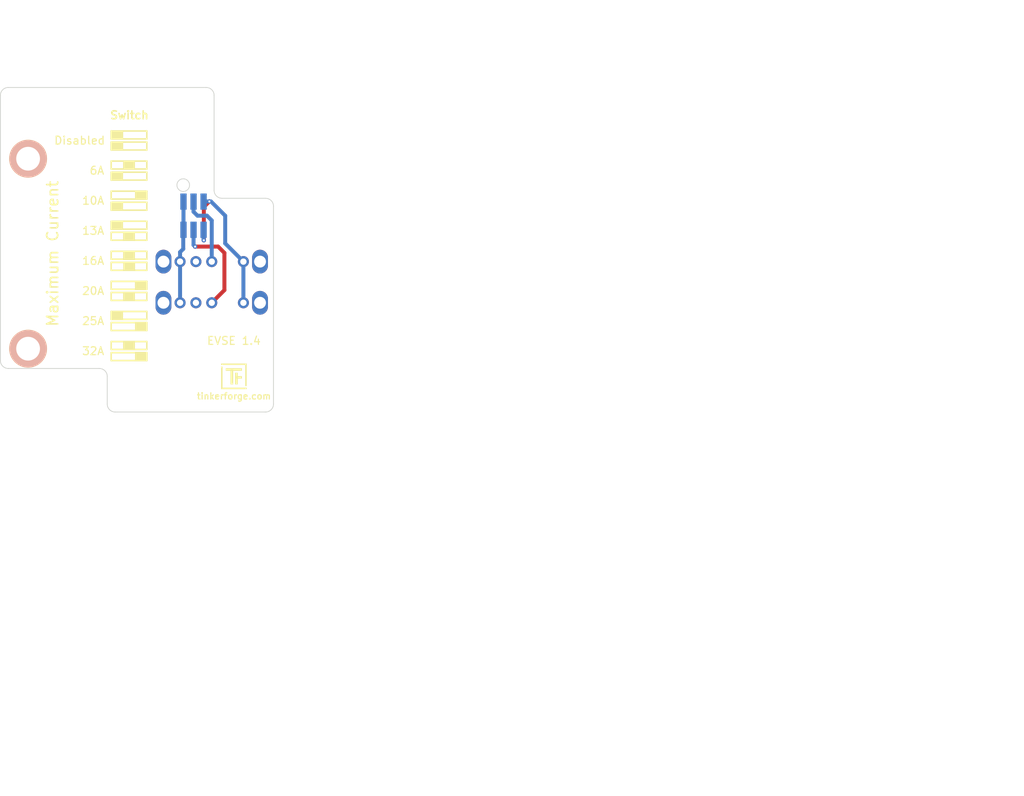
<source format=kicad_pcb>
(kicad_pcb (version 20171130) (host pcbnew 5.1.7-a382d34a8~87~ubuntu20.04.1)

  (general
    (thickness 1.6)
    (drawings 106)
    (tracks 31)
    (zones 0)
    (modules 6)
    (nets 7)
  )

  (page A4)
  (title_block
    (title "EVSE Bricklet Cover")
    (date 2020-11-05)
    (rev 1.0)
    (company "Tinkerforge GmbH")
    (comment 1 "Licensed under CERN OHL v.1.1")
    (comment 2 "Copyright (©) 2020, B.Nordmeyer <bastian@tinkerforge.com>")
  )

  (layers
    (0 F.Cu signal)
    (31 B.Cu signal)
    (32 B.Adhes user)
    (33 F.Adhes user)
    (34 B.Paste user hide)
    (35 F.Paste user)
    (36 B.SilkS user)
    (37 F.SilkS user)
    (38 B.Mask user)
    (39 F.Mask user)
    (40 Dwgs.User user)
    (41 Cmts.User user)
    (42 Eco1.User user)
    (43 Eco2.User user)
    (44 Edge.Cuts user)
    (45 Margin user)
    (46 B.CrtYd user)
    (47 F.CrtYd user)
    (48 B.Fab user)
    (49 F.Fab user)
  )

  (setup
    (last_trace_width 0.15)
    (user_trace_width 0.15)
    (user_trace_width 0.2)
    (user_trace_width 0.25)
    (user_trace_width 0.3)
    (user_trace_width 0.49)
    (user_trace_width 0.5)
    (user_trace_width 0.7)
    (user_trace_width 1)
    (trace_clearance 0.149)
    (zone_clearance 0)
    (zone_45_only no)
    (trace_min 0.15)
    (via_size 0.55)
    (via_drill 0.25)
    (via_min_size 0.5)
    (via_min_drill 0.25)
    (user_via 0.55 0.25)
    (uvia_size 0.3)
    (uvia_drill 0.1)
    (uvias_allowed no)
    (uvia_min_size 0.2)
    (uvia_min_drill 0.1)
    (edge_width 0.09906)
    (segment_width 1)
    (pcb_text_width 0.3048)
    (pcb_text_size 1.524 2.032)
    (mod_edge_width 0.381)
    (mod_text_size 1.524 1.524)
    (mod_text_width 0.3048)
    (pad_size 1.00076 1.00076)
    (pad_drill 0)
    (pad_to_mask_clearance 0)
    (aux_axis_origin 139 57.15)
    (grid_origin 139 57.15)
    (visible_elements FFFFFFFF)
    (pcbplotparams
      (layerselection 0x010f0_ffffffff)
      (usegerberextensions true)
      (usegerberattributes false)
      (usegerberadvancedattributes false)
      (creategerberjobfile false)
      (excludeedgelayer true)
      (linewidth 0.050000)
      (plotframeref false)
      (viasonmask false)
      (mode 1)
      (useauxorigin false)
      (hpglpennumber 1)
      (hpglpenspeed 20)
      (hpglpendiameter 15.000000)
      (psnegative false)
      (psa4output false)
      (plotreference false)
      (plotvalue false)
      (plotinvisibletext false)
      (padsonsilk false)
      (subtractmaskfromsilk true)
      (outputformat 1)
      (mirror false)
      (drillshape 0)
      (scaleselection 1)
      (outputdirectory "pcb/"))
  )

  (net 0 "")
  (net 1 "Net-(P101-Pad3)")
  (net 2 "Net-(P101-Pad4)")
  (net 3 3V3)
  (net 4 GND)
  (net 5 "Net-(SW101-Pad3)")
  (net 6 "Net-(SW102-Pad3)")

  (net_class Default "This is the default net class."
    (clearance 0.149)
    (trace_width 0.15)
    (via_dia 0.55)
    (via_drill 0.25)
    (uvia_dia 0.3)
    (uvia_drill 0.1)
    (add_net 3V3)
    (add_net GND)
    (add_net "Net-(P101-Pad3)")
    (add_net "Net-(P101-Pad4)")
    (add_net "Net-(SW101-Pad3)")
    (add_net "Net-(SW102-Pad3)")
  )

  (module kicad-libraries:OS103011MS8QP1 (layer F.Cu) (tedit 5FA3F29E) (tstamp 5FA3DD57)
    (at 165.7 90.15 180)
    (path /5FA49B7A)
    (fp_text reference SW101 (at 0 0.5) (layer F.Fab)
      (effects (font (size 0.15 0.15) (thickness 0.0375)))
    )
    (fp_text value OS103011MS8QP1 (at 0 -0.5) (layer F.Fab)
      (effects (font (size 0.15 0.15) (thickness 0.0375)))
    )
    (fp_line (start -6.6 2.3) (end -6.6 -2.3) (layer F.Fab) (width 0.12))
    (fp_line (start 6.6 2.3) (end -6.6 2.3) (layer F.Fab) (width 0.12))
    (fp_line (start 6.6 -2.3) (end 6.6 2.3) (layer F.Fab) (width 0.12))
    (fp_line (start -6.6 -2.3) (end 6.6 -2.3) (layer F.Fab) (width 0.12))
    (pad 4 thru_hole circle (at 4 0 180) (size 1.4 1.4) (drill 0.8) (layers *.Cu *.Mask)
      (net 3 3V3))
    (pad 3 thru_hole circle (at 2 0 180) (size 1.4 1.4) (drill 0.8) (layers *.Cu *.Mask)
      (net 5 "Net-(SW101-Pad3)"))
    (pad 2 thru_hole circle (at 0 0 180) (size 1.4 1.4) (drill 0.8) (layers *.Cu *.Mask)
      (net 2 "Net-(P101-Pad4)"))
    (pad 1 thru_hole circle (at -4 0 180) (size 1.4 1.4) (drill 0.8) (layers *.Cu *.Mask)
      (net 4 GND))
    (pad "" thru_hole oval (at 6.1 0 180) (size 2 3) (drill 1.5) (layers *.Cu *.Mask))
    (pad "" thru_hole oval (at -6.1 0 180) (size 2 3) (drill 1.5) (layers *.Cu *.Mask))
    (model ${KICAD_SYMBOL_DIR}/3d/Buttons_Switches/OS103011MS8QP1.wrl
      (at (xyz 0 0 0))
      (scale (xyz 1 1 1))
      (rotate (xyz 0 0 180))
    )
  )

  (module kicad-libraries:OS103011MS8QP1 (layer F.Cu) (tedit 5FA3F29E) (tstamp 5FA3DD65)
    (at 165.7 95.35 180)
    (path /5FA4D611)
    (fp_text reference SW102 (at 0 0.5) (layer F.Fab)
      (effects (font (size 0.15 0.15) (thickness 0.0375)))
    )
    (fp_text value OS103011MS8QP1 (at 0 -0.5) (layer F.Fab)
      (effects (font (size 0.15 0.15) (thickness 0.0375)))
    )
    (fp_line (start -6.6 2.3) (end -6.6 -2.3) (layer F.Fab) (width 0.12))
    (fp_line (start 6.6 2.3) (end -6.6 2.3) (layer F.Fab) (width 0.12))
    (fp_line (start 6.6 -2.3) (end 6.6 2.3) (layer F.Fab) (width 0.12))
    (fp_line (start -6.6 -2.3) (end 6.6 -2.3) (layer F.Fab) (width 0.12))
    (pad 4 thru_hole circle (at 4 0 180) (size 1.4 1.4) (drill 0.8) (layers *.Cu *.Mask)
      (net 3 3V3))
    (pad 3 thru_hole circle (at 2 0 180) (size 1.4 1.4) (drill 0.8) (layers *.Cu *.Mask)
      (net 6 "Net-(SW102-Pad3)"))
    (pad 2 thru_hole circle (at 0 0 180) (size 1.4 1.4) (drill 0.8) (layers *.Cu *.Mask)
      (net 1 "Net-(P101-Pad3)"))
    (pad 1 thru_hole circle (at -4 0 180) (size 1.4 1.4) (drill 0.8) (layers *.Cu *.Mask)
      (net 4 GND))
    (pad "" thru_hole oval (at 6.1 0 180) (size 2 3) (drill 1.5) (layers *.Cu *.Mask))
    (pad "" thru_hole oval (at -6.1 0 180) (size 2 3) (drill 1.5) (layers *.Cu *.Mask))
    (model ${KICAD_SYMBOL_DIR}/3d/Buttons_Switches/OS103011MS8QP1.wrl
      (at (xyz 0 0 0))
      (scale (xyz 1 1 1))
      (rotate (xyz 0 0 180))
    )
  )

  (module kicad-libraries:Logo_31x31 (layer F.Cu) (tedit 0) (tstamp 5F881E05)
    (at 168.5 104.65)
    (fp_text reference G*** (at 0 0) (layer F.SilkS) hide
      (effects (font (size 0.1 0.1) (thickness 0.3)))
    )
    (fp_text value LOGO (at 0.75 0) (layer F.SilkS) hide
      (effects (font (size 0.1 0.1) (thickness 0.3)))
    )
    (fp_poly (pts (xy -1.433286 1.42119) (xy 1.614714 1.42119) (xy 1.614714 1.608666) (xy -1.62681 1.608666)
      (xy -1.62681 -1.239762) (xy -1.433286 -1.239762) (xy -1.433286 1.42119)) (layer F.SilkS) (width 0.01))
    (fp_poly (pts (xy 1.614714 1.221619) (xy 1.427238 1.221619) (xy 1.427238 -1.439334) (xy -1.62681 -1.439334)
      (xy -1.62681 -1.62681) (xy 1.614714 -1.62681) (xy 1.614714 1.221619)) (layer F.SilkS) (width 0.01))
    (fp_poly (pts (xy 1.016 -0.701524) (xy -0.090715 -0.701524) (xy -0.090715 1.016) (xy -0.429381 1.016)
      (xy -0.429381 -0.701524) (xy -1.028096 -0.701524) (xy -1.028096 -1.034143) (xy 1.016 -1.034143)
      (xy 1.016 -0.701524)) (layer F.SilkS) (width 0.01))
    (fp_poly (pts (xy 0.483809 -0.030238) (xy 1.016 -0.030238) (xy 1.016 0.27819) (xy 0.483809 0.27819)
      (xy 0.483809 1.016) (xy 0.145142 1.016) (xy 0.145142 -0.459619) (xy 0.483809 -0.459619)
      (xy 0.483809 -0.030238)) (layer F.SilkS) (width 0.01))
  )

  (module kicad-libraries:DRILL_NP (layer F.Cu) (tedit 530C7871) (tstamp 5F96C8BA)
    (at 142.5 101.15)
    (path /5F91E5C7)
    (fp_text reference A101 (at 0 0) (layer F.SilkS) hide
      (effects (font (size 0.29972 0.29972) (thickness 0.0762)))
    )
    (fp_text value DRILL (at 0 0.50038) (layer F.SilkS) hide
      (effects (font (size 0.29972 0.29972) (thickness 0.0762)))
    )
    (fp_circle (center 0 0) (end 3.2 0) (layer Eco2.User) (width 0.01))
    (fp_circle (center 0 0) (end 2.19964 -0.20066) (layer F.SilkS) (width 0.381))
    (fp_circle (center 0 0) (end 1.99898 -0.20066) (layer F.SilkS) (width 0.381))
    (fp_circle (center 0 0) (end 1.69926 0) (layer F.SilkS) (width 0.381))
    (fp_circle (center 0 0) (end 1.39954 -0.09906) (layer B.SilkS) (width 0.381))
    (fp_circle (center 0 0) (end 1.39954 0) (layer F.SilkS) (width 0.381))
    (fp_circle (center 0 0) (end 1.69926 0) (layer B.SilkS) (width 0.381))
    (fp_circle (center 0 0) (end 1.89992 0) (layer B.SilkS) (width 0.381))
    (fp_circle (center 0 0) (end 2.19964 0) (layer B.SilkS) (width 0.381))
    (pad "" np_thru_hole circle (at 0 0) (size 2.99974 2.99974) (drill 2.99974) (layers *.Cu *.Mask F.SilkS)
      (clearance 0.89916))
  )

  (module kicad-libraries:DRILL_NP (layer F.Cu) (tedit 530C7871) (tstamp 5F96C8FC)
    (at 142.5 77.15)
    (path /5F91DCB3)
    (fp_text reference A103 (at 0 0) (layer F.SilkS) hide
      (effects (font (size 0.29972 0.29972) (thickness 0.0762)))
    )
    (fp_text value DRILL (at 0 0.50038) (layer F.SilkS) hide
      (effects (font (size 0.29972 0.29972) (thickness 0.0762)))
    )
    (fp_circle (center 0 0) (end 3.2 0) (layer Eco2.User) (width 0.01))
    (fp_circle (center 0 0) (end 2.19964 -0.20066) (layer F.SilkS) (width 0.381))
    (fp_circle (center 0 0) (end 1.99898 -0.20066) (layer F.SilkS) (width 0.381))
    (fp_circle (center 0 0) (end 1.69926 0) (layer F.SilkS) (width 0.381))
    (fp_circle (center 0 0) (end 1.39954 -0.09906) (layer B.SilkS) (width 0.381))
    (fp_circle (center 0 0) (end 1.39954 0) (layer F.SilkS) (width 0.381))
    (fp_circle (center 0 0) (end 1.69926 0) (layer B.SilkS) (width 0.381))
    (fp_circle (center 0 0) (end 1.89992 0) (layer B.SilkS) (width 0.381))
    (fp_circle (center 0 0) (end 2.19964 0) (layer B.SilkS) (width 0.381))
    (pad "" np_thru_hole circle (at 0 0) (size 2.99974 2.99974) (drill 2.99974) (layers *.Cu *.Mask F.SilkS)
      (clearance 0.89916))
  )

  (module kicad-libraries:Pin_Header_Straight_Female_2x03_127 (layer B.Cu) (tedit 5F881DEF) (tstamp 5F882426)
    (at 163.4 84.35)
    (path /5F882661)
    (fp_text reference P101 (at 0 -0.5) (layer B.Fab)
      (effects (font (size 0.15 0.15) (thickness 0.0375)) (justify mirror))
    )
    (fp_text value CONN_02X03 (at 0 0.5) (layer B.Fab)
      (effects (font (size 0.15 0.15) (thickness 0.0375)) (justify mirror))
    )
    (fp_line (start -2.2 1.5) (end 2.2 1.5) (layer B.Fab) (width 0.1))
    (fp_line (start 2.2 1.5) (end 2.2 -1.5) (layer B.Fab) (width 0.1))
    (fp_line (start 2.2 -1.5) (end -2.2 -1.5) (layer B.Fab) (width 0.1))
    (fp_line (start -2.2 -1.5) (end -2.2 1.5) (layer B.Fab) (width 0.1))
    (fp_circle (center -1.2 1) (end -0.883772 1) (layer B.Fab) (width 0.1))
    (pad 1 smd rect (at -1.27 1.78) (size 0.8 2.05) (layers B.Cu B.Paste B.Mask)
      (net 3 3V3))
    (pad 2 smd rect (at -1.27 -1.78) (size 0.8 2.05) (layers B.Cu B.Paste B.Mask)
      (net 3 3V3))
    (pad 3 smd rect (at 0 1.78) (size 0.8 2.05) (layers B.Cu B.Paste B.Mask)
      (net 1 "Net-(P101-Pad3)"))
    (pad 4 smd rect (at 0 -1.78) (size 0.8 2.05) (layers B.Cu B.Paste B.Mask)
      (net 2 "Net-(P101-Pad4)"))
    (pad 5 smd rect (at 1.27 1.78) (size 0.8 2.05) (layers B.Cu B.Paste B.Mask)
      (net 4 GND))
    (pad 6 smd rect (at 1.27 -1.78) (size 0.8 2.05) (layers B.Cu B.Paste B.Mask)
      (net 4 GND))
  )

  (gr_text Switch (at 155.3 71.65) (layer F.SilkS) (tstamp 5FA3E379)
    (effects (font (size 1 1) (thickness 0.2)))
  )
  (gr_text "PIN1 = P0_5" (at 158.1 75.55) (layer Dwgs.User) (tstamp 5FA3E2B7)
    (effects (font (size 0.15 0.15) (thickness 0.0375)) (justify left))
  )
  (gr_text "PIN0 = P0_0" (at 158.1 74.15) (layer Dwgs.User) (tstamp 5FA3E2B4)
    (effects (font (size 0.15 0.15) (thickness 0.0375)) (justify left))
  )
  (gr_text DNC (at 155.3 72.85) (layer Dwgs.User) (tstamp 5FA3E29A)
    (effects (font (size 0.15 0.15) (thickness 0.0375)))
  )
  (gr_text 3V3 (at 153.7 72.85) (layer Dwgs.User) (tstamp 5FA3E292)
    (effects (font (size 0.15 0.15) (thickness 0.0375)))
  )
  (gr_text GND (at 157 72.85) (layer Dwgs.User)
    (effects (font (size 0.15 0.15) (thickness 0.0375)))
  )
  (gr_text 2 (at 167.9 95.35) (layer Dwgs.User)
    (effects (font (size 1.524 1.524) (thickness 0.3048)))
  )
  (gr_text 1 (at 167.9 90.15) (layer Dwgs.User)
    (effects (font (size 1.524 1.524) (thickness 0.3048)))
  )
  (gr_line (start 153 98.85) (end 153 97.85) (layer F.SilkS) (width 0.2) (tstamp 5FA3E1FF))
  (gr_line (start 153 91.25) (end 153 90.25) (layer F.SilkS) (width 0.2) (tstamp 5FA3E232))
  (gr_line (start 153 89.85) (end 153 88.85) (layer F.SilkS) (width 0.2) (tstamp 5FA3E20B))
  (gr_line (start 157.5 91.25) (end 153 91.25) (layer F.SilkS) (width 0.2) (tstamp 5FA3E100))
  (gr_line (start 157.5 94.05) (end 157.5 95.05) (layer F.SilkS) (width 0.2) (tstamp 5FA3E10C))
  (gr_line (start 153 88.85) (end 157.5 88.85) (layer F.SilkS) (width 0.2) (tstamp 5FA3E160))
  (gr_line (start 157.5 93.65) (end 153 93.65) (layer F.SilkS) (width 0.2) (tstamp 5FA3E0D6))
  (gr_line (start 157.5 92.65) (end 157.5 93.65) (layer F.SilkS) (width 0.2) (tstamp 5FA3E0DF))
  (gr_line (start 153 101.25) (end 153 100.25) (layer F.SilkS) (width 0.2) (tstamp 5FA3E208))
  (gr_line (start 153 101.65) (end 157.5 101.65) (layer F.SilkS) (width 0.2) (tstamp 5FA3E106))
  (gr_line (start 157.5 89.85) (end 153 89.85) (layer F.SilkS) (width 0.2) (tstamp 5FA3E0E5))
  (gr_line (start 153 97.85) (end 157.5 97.85) (layer F.SilkS) (width 0.2) (tstamp 5FA3E0E2))
  (gr_line (start 153 95.05) (end 153 94.05) (layer F.SilkS) (width 0.2) (tstamp 5FA3E205))
  (gr_line (start 157.5 88.85) (end 157.5 89.85) (layer F.SilkS) (width 0.2) (tstamp 5FA3E12D))
  (gr_line (start 153 102.65) (end 153 101.65) (layer F.SilkS) (width 0.2) (tstamp 5FA3E22F))
  (gr_line (start 153 92.65) (end 157.5 92.65) (layer F.SilkS) (width 0.2) (tstamp 5FA3E11B))
  (gr_line (start 157.5 90.25) (end 157.5 91.25) (layer F.SilkS) (width 0.2) (tstamp 5FA3E097))
  (gr_line (start 157.5 102.65) (end 153 102.65) (layer F.SilkS) (width 0.2) (tstamp 5FA3E157))
  (gr_line (start 157.5 98.85) (end 153 98.85) (layer F.SilkS) (width 0.2) (tstamp 5FA3E0AC))
  (gr_line (start 153 90.25) (end 157.5 90.25) (layer F.SilkS) (width 0.2) (tstamp 5FA3E0A6))
  (gr_line (start 153 96.45) (end 157.5 96.45) (layer F.SilkS) (width 0.2) (tstamp 5FA3E148))
  (gr_line (start 157.5 101.25) (end 153 101.25) (layer F.SilkS) (width 0.2) (tstamp 5FA3E112))
  (gr_line (start 157.5 97.45) (end 153 97.45) (layer F.SilkS) (width 0.2) (tstamp 5FA3E0BB))
  (gr_line (start 157.5 96.45) (end 157.5 97.45) (layer F.SilkS) (width 0.2) (tstamp 5FA3E130))
  (gr_line (start 157.5 100.25) (end 157.5 101.25) (layer F.SilkS) (width 0.2) (tstamp 5FA3E136))
  (gr_line (start 153 93.65) (end 153 92.65) (layer F.SilkS) (width 0.2) (tstamp 5FA3E1F3))
  (gr_line (start 157.5 95.05) (end 153 95.05) (layer F.SilkS) (width 0.2) (tstamp 5FA3E133))
  (gr_line (start 157.5 97.85) (end 157.5 98.85) (layer F.SilkS) (width 0.2) (tstamp 5FA3E15D))
  (gr_line (start 153 97.45) (end 153 96.45) (layer F.SilkS) (width 0.2) (tstamp 5FA3E229))
  (gr_line (start 153 94.05) (end 157.5 94.05) (layer F.SilkS) (width 0.2) (tstamp 5FA3E16F))
  (gr_line (start 157.5 101.65) (end 157.5 102.65) (layer F.SilkS) (width 0.2) (tstamp 5FA3E0C1))
  (gr_line (start 153 100.25) (end 157.5 100.25) (layer F.SilkS) (width 0.2) (tstamp 5FA3E0A0))
  (gr_line (start 153 83.65) (end 153 82.65) (layer F.SilkS) (width 0.2) (tstamp 5FA3E1F0))
  (gr_line (start 153 82.25) (end 153 81.25) (layer F.SilkS) (width 0.2) (tstamp 5FA3E22C))
  (gr_line (start 157.5 83.65) (end 153 83.65) (layer F.SilkS) (width 0.2) (tstamp 5FA3E109))
  (gr_line (start 157.5 86.45) (end 157.5 87.45) (layer F.SilkS) (width 0.2) (tstamp 5FA3E178))
  (gr_line (start 153 81.25) (end 157.5 81.25) (layer F.SilkS) (width 0.2) (tstamp 5FA3E115))
  (gr_line (start 157.5 86.05) (end 153 86.05) (layer F.SilkS) (width 0.2) (tstamp 5FA3E118))
  (gr_line (start 157.5 85.05) (end 157.5 86.05) (layer F.SilkS) (width 0.2) (tstamp 5FA3E127))
  (gr_line (start 157.5 82.25) (end 153 82.25) (layer F.SilkS) (width 0.2) (tstamp 5FA3E121))
  (gr_line (start 153 87.45) (end 153 86.45) (layer F.SilkS) (width 0.2) (tstamp 5FA3E202))
  (gr_line (start 157.5 81.25) (end 157.5 82.25) (layer F.SilkS) (width 0.2) (tstamp 5FA3E124))
  (gr_line (start 153 85.05) (end 157.5 85.05) (layer F.SilkS) (width 0.2) (tstamp 5FA3E181))
  (gr_line (start 157.5 82.65) (end 157.5 83.65) (layer F.SilkS) (width 0.2) (tstamp 5FA3E14E))
  (gr_line (start 153 82.65) (end 157.5 82.65) (layer F.SilkS) (width 0.2) (tstamp 5FA3E0CD))
  (gr_line (start 153 86.05) (end 153 85.05) (layer F.SilkS) (width 0.2) (tstamp 5FA3E1F9))
  (gr_line (start 157.5 87.45) (end 153 87.45) (layer F.SilkS) (width 0.2) (tstamp 5FA3E0FA))
  (gr_line (start 153 86.45) (end 157.5 86.45) (layer F.SilkS) (width 0.2) (tstamp 5FA3E0C4))
  (gr_line (start 153 79.85) (end 153 78.85) (layer F.SilkS) (width 0.2) (tstamp 5FA3E1FC))
  (gr_line (start 153 78.45) (end 153 77.45) (layer F.SilkS) (width 0.2) (tstamp 5FA3E20E))
  (gr_line (start 157.5 79.85) (end 153 79.85) (layer F.SilkS) (width 0.2) (tstamp 5FA3E142))
  (gr_line (start 153 77.45) (end 157.5 77.45) (layer F.SilkS) (width 0.2) (tstamp 5FA3E0EB))
  (gr_line (start 157.5 78.45) (end 153 78.45) (layer F.SilkS) (width 0.2) (tstamp 5FA3E0B5))
  (gr_line (start 157.5 77.45) (end 157.5 78.45) (layer F.SilkS) (width 0.2) (tstamp 5FA3E0B8))
  (gr_line (start 157.5 78.85) (end 157.5 79.85) (layer F.SilkS) (width 0.2) (tstamp 5FA3E0AF))
  (gr_line (start 153 78.85) (end 157.5 78.85) (layer F.SilkS) (width 0.2) (tstamp 5FA3E172))
  (gr_line (start 153 76.05) (end 153 75.05) (layer F.SilkS) (width 0.2) (tstamp 5FA3E1F6))
  (gr_line (start 153 75.05) (end 157.5 75.05) (layer F.SilkS) (width 0.2) (tstamp 5FA3E10F))
  (gr_line (start 157.5 76.05) (end 153 76.05) (layer F.SilkS) (width 0.2) (tstamp 5FA3E0A9))
  (gr_line (start 157.5 75.05) (end 157.5 76.05) (layer F.SilkS) (width 0.2) (tstamp 5FA3E0EE))
  (gr_line (start 153 74.65) (end 153 73.65) (layer F.SilkS) (width 0.2) (tstamp 5FA3E0A3))
  (gr_line (start 157.5 74.65) (end 153 74.65) (layer F.SilkS) (width 0.2) (tstamp 5FA3E0CA))
  (gr_line (start 157.5 73.65) (end 157.5 74.65) (layer F.SilkS) (width 0.2) (tstamp 5FA3E0D9))
  (gr_line (start 153 73.65) (end 157.5 73.65) (layer F.SilkS) (width 0.2) (tstamp 5FA3E0B2))
  (gr_text "EVSE 1.4" (at 168.5 100.15) (layer F.SilkS)
    (effects (font (size 1 1) (thickness 0.15)))
  )
  (gr_text "Maximum Current" (at 145.6 89.15 90) (layer F.SilkS)
    (effects (font (size 1.4 1.4) (thickness 0.2)))
  )
  (gr_arc (start 172.5 108.15) (end 172.5 109.15) (angle -90) (layer Edge.Cuts) (width 0.09906))
  (gr_arc (start 153.5 108.15) (end 152.5 108.15) (angle -90) (layer Edge.Cuts) (width 0.09906))
  (gr_line (start 153.5 109.15) (end 172.5 109.15) (layer Edge.Cuts) (width 0.09906))
  (gr_line (start 181.5 119.65) (end 139 119.65) (layer Dwgs.User) (width 0.09906))
  (gr_text 32A (at 152.2 101.45) (layer F.SilkS) (tstamp 5FA3E262)
    (effects (font (size 1 1) (thickness 0.15)) (justify right))
  )
  (gr_text 20A (at 152.2 93.85) (layer F.SilkS) (tstamp 5FA3E25F)
    (effects (font (size 1 1) (thickness 0.15)) (justify right))
  )
  (gr_text 25A (at 152.2 97.65) (layer F.SilkS) (tstamp 5FA3E25C)
    (effects (font (size 1 1) (thickness 0.15)) (justify right))
  )
  (gr_text 13A (at 152.2 86.25) (layer F.SilkS) (tstamp 5FA3E259)
    (effects (font (size 1 1) (thickness 0.15)) (justify right))
  )
  (gr_text 16A (at 152.2 90.05) (layer F.SilkS) (tstamp 5FA3E256)
    (effects (font (size 1 1) (thickness 0.15)) (justify right))
  )
  (gr_text 10A (at 152.2 82.45) (layer F.SilkS) (tstamp 5FA3E253)
    (effects (font (size 1 1) (thickness 0.15)) (justify right))
  )
  (gr_text 6A (at 152.2 78.65) (layer F.SilkS) (tstamp 5FA3E250)
    (effects (font (size 1 1) (thickness 0.15)) (justify right))
  )
  (gr_text Disabled (at 152.3 74.85) (layer F.SilkS) (tstamp 5F881AFC)
    (effects (font (size 1 1) (thickness 0.15)) (justify right))
  )
  (gr_circle (center 162.1 80.485493) (end 162.9 80.485493) (layer Edge.Cuts) (width 0.09906) (tstamp 5FA3E13C))
  (gr_circle (center 163.4 84.35) (end 163.5 84.35) (layer Dwgs.User) (width 0.15))
  (gr_line (start 152.5 104.65) (end 152.5 108.15) (layer Edge.Cuts) (width 0.09906) (tstamp 5F8816E1))
  (gr_line (start 140 103.65) (end 151.5 103.65) (layer Edge.Cuts) (width 0.09906))
  (gr_line (start 139 69.15) (end 139 102.65) (layer Edge.Cuts) (width 0.09906))
  (gr_line (start 165 68.15) (end 140 68.15) (layer Edge.Cuts) (width 0.09906))
  (gr_line (start 166 81.15) (end 166 69.15) (layer Edge.Cuts) (width 0.09906))
  (gr_line (start 172.5 82.15) (end 167 82.15) (layer Edge.Cuts) (width 0.09906))
  (gr_line (start 173.5 108.15) (end 173.5 83.15) (layer Edge.Cuts) (width 0.09906) (tstamp 5F96D4B2))
  (gr_arc (start 172.5 83.15) (end 173.5 83.15) (angle -90) (layer Edge.Cuts) (width 0.09906) (tstamp 5F96D3CC))
  (gr_arc (start 167 81.15) (end 166 81.15) (angle -90) (layer Edge.Cuts) (width 0.09906))
  (gr_arc (start 165 69.15) (end 166 69.15) (angle -90) (layer Edge.Cuts) (width 0.09906))
  (gr_arc (start 140 69.15) (end 140 68.15) (angle -90) (layer Edge.Cuts) (width 0.09906))
  (gr_arc (start 140 102.65) (end 139 102.65) (angle -90) (layer Edge.Cuts) (width 0.09906))
  (gr_arc (start 151.5 104.65) (end 152.5 104.65) (angle -90) (layer Edge.Cuts) (width 0.09906) (tstamp 5FA3E211))
  (gr_text tinkerforge.com (at 168.5 107.15) (layer F.SilkS)
    (effects (font (size 0.8 0.8) (thickness 0.15)))
  )
  (gr_text "Copyright Tinkerforge GmbH 2020.\nThis documentation describes Open Hardware and is licensed under the\nCERN OHL v. 1.1.\nYou may redistribute and modify this documentation under the terms of the\nCERN OHL v.1.1. (http://ohwr.org/cernohl). This documentation is distributed\nWITHOUT ANY EXPRESS OR IMPLIED WARRANTY, INCLUDING OF\nMERCHANTABILITY, SATISFACTORY QUALITY AND FITNESS FOR A\nPARTICULAR PURPOSE. Please see the CERN OHL v.1.1 for applicable\nconditions" (at 244.25 151.8) (layer Cmts.User)
    (effects (font (size 0.8 0.8) (thickness 0.15)))
  )
  (gr_line (start 139 119.65) (end 139 57.15) (layer Dwgs.User) (width 0.09906))
  (gr_line (start 181.5 57.15) (end 181.5 119.65) (layer Dwgs.User) (width 0.09906))
  (gr_line (start 139 57.15) (end 181.5 57.15) (layer Dwgs.User) (width 0.09906))

  (via (at 163.6 88.25) (size 0.55) (drill 0.25) (layers F.Cu B.Cu) (net 1))
  (segment (start 163.4 86.13) (end 163.4 88.05) (width 0.5) (layer B.Cu) (net 1))
  (segment (start 167.3 89.05) (end 166.5 88.25) (width 0.5) (layer F.Cu) (net 1))
  (segment (start 163.4 88.05) (end 163.6 88.25) (width 0.5) (layer B.Cu) (net 1))
  (segment (start 167.3 93.75) (end 167.3 89.05) (width 0.5) (layer F.Cu) (net 1))
  (segment (start 165.7 95.35) (end 167.3 93.75) (width 0.5) (layer F.Cu) (net 1))
  (segment (start 166.5 88.25) (end 163.6 88.25) (width 0.5) (layer F.Cu) (net 1))
  (segment (start 165.7 90.15) (end 165.7 84.95) (width 0.5) (layer B.Cu) (net 2))
  (segment (start 165.7 84.95) (end 165.1 84.35) (width 0.5) (layer B.Cu) (net 2))
  (segment (start 165.1 84.35) (end 163.9 84.35) (width 0.5) (layer B.Cu) (net 2))
  (segment (start 163.9 84.35) (end 163.4 83.85) (width 0.5) (layer B.Cu) (net 2))
  (segment (start 163.4 83.85) (end 163.4 82.55) (width 0.5) (layer B.Cu) (net 2))
  (segment (start 161.7 95.35) (end 161.7 90.15) (width 0.5) (layer B.Cu) (net 3))
  (segment (start 161.7 90.15) (end 161.7 88.95) (width 0.5) (layer B.Cu) (net 3))
  (segment (start 161.7 88.95) (end 162.1 88.55) (width 0.5) (layer B.Cu) (net 3))
  (segment (start 162.1 88.55) (end 162.1 86.15) (width 0.5) (layer B.Cu) (net 3))
  (segment (start 162.13 82.57) (end 162.13 86.08) (width 0.5) (layer B.Cu) (net 3))
  (segment (start 162.13 86.08) (end 162.2 86.15) (width 0.5) (layer B.Cu) (net 3))
  (segment (start 164.67 82.57) (end 164.67 83.32) (width 0.3) (layer B.Cu) (net 4))
  (segment (start 169.7 90.15) (end 167.4 87.85) (width 0.5) (layer B.Cu) (net 4))
  (segment (start 167.4 87.85) (end 167.4 84.35) (width 0.5) (layer B.Cu) (net 4))
  (segment (start 167.4 84.35) (end 165.6 82.55) (width 0.5) (layer B.Cu) (net 4))
  (segment (start 165.6 82.55) (end 164.7 82.55) (width 0.5) (layer B.Cu) (net 4))
  (segment (start 169.7 95.35) (end 169.7 90.15) (width 0.5) (layer B.Cu) (net 4))
  (via (at 164.7 87.45) (size 0.55) (drill 0.25) (layers F.Cu B.Cu) (net 4))
  (segment (start 164.67 87.42) (end 164.7 87.45) (width 0.5) (layer B.Cu) (net 4))
  (segment (start 164.67 86.13) (end 164.67 87.42) (width 0.5) (layer B.Cu) (net 4))
  (via (at 165.4 82.55) (size 0.55) (drill 0.25) (layers F.Cu B.Cu) (net 4))
  (segment (start 164.8 83.15) (end 165.4 82.55) (width 0.5) (layer F.Cu) (net 4))
  (segment (start 164.7 83.25) (end 164.8 83.15) (width 0.5) (layer F.Cu) (net 4))
  (segment (start 164.7 87.45) (end 164.7 83.25) (width 0.5) (layer F.Cu) (net 4))

  (zone (net 0) (net_name "") (layer F.SilkS) (tstamp 5FA3E09A) (hatch edge 0.508)
    (connect_pads (clearance 0))
    (min_thickness 0.254)
    (fill yes (arc_segments 32) (thermal_gap 0.508) (thermal_bridge_width 0.508))
    (polygon
      (pts
        (xy 154.511333 74.65) (xy 153.011333 74.65) (xy 153.011333 73.65) (xy 154.511333 73.65)
      )
    )
    (filled_polygon
      (pts
        (xy 154.384333 74.523) (xy 153.138333 74.523) (xy 153.138333 73.777) (xy 154.384333 73.777)
      )
    )
  )
  (zone (net 0) (net_name "") (layer F.SilkS) (tstamp 5FA3E175) (hatch edge 0.508)
    (connect_pads (clearance 0))
    (min_thickness 0.254)
    (fill yes (arc_segments 32) (thermal_gap 0.508) (thermal_bridge_width 0.508))
    (polygon
      (pts
        (xy 154.496498 86.05) (xy 152.996498 86.05) (xy 152.996498 85.05) (xy 154.496498 85.05)
      )
    )
    (filled_polygon
      (pts
        (xy 154.369498 85.923) (xy 153.123498 85.923) (xy 153.123498 85.177) (xy 154.369498 85.177)
      )
    )
  )
  (zone (net 0) (net_name "") (layer F.SilkS) (tstamp 5FA3E0FD) (hatch edge 0.508)
    (connect_pads (clearance 0))
    (min_thickness 0.254)
    (fill yes (arc_segments 32) (thermal_gap 0.508) (thermal_bridge_width 0.508))
    (polygon
      (pts
        (xy 154.5 83.65) (xy 153 83.65) (xy 153 82.65) (xy 154.5 82.65)
      )
    )
    (filled_polygon
      (pts
        (xy 154.373 83.523) (xy 153.127 83.523) (xy 153.127 82.777) (xy 154.373 82.777)
      )
    )
  )
  (zone (net 0) (net_name "") (layer F.SilkS) (tstamp 5FA3E16C) (hatch edge 0.508)
    (connect_pads (clearance 0))
    (min_thickness 0.254)
    (fill yes (arc_segments 32) (thermal_gap 0.508) (thermal_bridge_width 0.508))
    (polygon
      (pts
        (xy 157.5 82.25) (xy 156 82.25) (xy 156 81.25) (xy 157.5 81.25)
      )
    )
    (filled_polygon
      (pts
        (xy 157.373 82.123) (xy 156.127 82.123) (xy 156.127 81.377) (xy 157.373 81.377)
      )
    )
  )
  (zone (net 0) (net_name "") (layer F.SilkS) (tstamp 5FA3E35D) (hatch edge 0.508)
    (connect_pads (clearance 0))
    (min_thickness 0.254)
    (fill yes (arc_segments 32) (thermal_gap 0.508) (thermal_bridge_width 0.508))
    (polygon
      (pts
        (xy 156 101.25) (xy 154.5 101.25) (xy 154.5 100.25) (xy 156 100.25)
      )
    )
    (filled_polygon
      (pts
        (xy 155.873 101.123) (xy 154.627 101.123) (xy 154.627 100.377) (xy 155.873 100.377)
      )
    )
  )
  (zone (net 0) (net_name "") (layer F.SilkS) (tstamp 5FA3E13F) (hatch edge 0.508)
    (connect_pads (clearance 0))
    (min_thickness 0.254)
    (fill yes (arc_segments 32) (thermal_gap 0.508) (thermal_bridge_width 0.508))
    (polygon
      (pts
        (xy 154.5 97.45) (xy 153 97.45) (xy 153 96.45) (xy 154.5 96.45)
      )
    )
    (filled_polygon
      (pts
        (xy 154.373 97.323) (xy 153.127 97.323) (xy 153.127 96.577) (xy 154.373 96.577)
      )
    )
  )
  (zone (net 0) (net_name "") (layer F.SilkS) (tstamp 5FA3E14B) (hatch edge 0.508)
    (connect_pads (clearance 0))
    (min_thickness 0.254)
    (fill yes (arc_segments 32) (thermal_gap 0.508) (thermal_bridge_width 0.508))
    (polygon
      (pts
        (xy 157.492144 93.65) (xy 155.992144 93.65) (xy 155.992144 92.65) (xy 157.492144 92.65)
      )
    )
    (filled_polygon
      (pts
        (xy 157.365144 93.523) (xy 156.119144 93.523) (xy 156.119144 92.777) (xy 157.365144 92.777)
      )
    )
  )
  (zone (net 0) (net_name "") (layer F.SilkS) (tstamp 5FA3E163) (hatch edge 0.508)
    (connect_pads (clearance 0))
    (min_thickness 0.254)
    (fill yes (arc_segments 32) (thermal_gap 0.508) (thermal_bridge_width 0.508))
    (polygon
      (pts
        (xy 156 95.05) (xy 154.5 95.05) (xy 154.5 94.05) (xy 156 94.05)
      )
    )
    (filled_polygon
      (pts
        (xy 155.873 94.923) (xy 154.627 94.923) (xy 154.627 94.177) (xy 155.873 94.177)
      )
    )
  )
  (zone (net 0) (net_name "") (layer F.SilkS) (tstamp 5FA3E0F1) (hatch edge 0.508)
    (connect_pads (clearance 0))
    (min_thickness 0.254)
    (fill yes (arc_segments 32) (thermal_gap 0.508) (thermal_bridge_width 0.508))
    (polygon
      (pts
        (xy 156.019456 91.25) (xy 154.519456 91.25) (xy 154.519456 90.25) (xy 156.019456 90.25)
      )
    )
    (filled_polygon
      (pts
        (xy 155.892456 91.123) (xy 154.646456 91.123) (xy 154.646456 90.377) (xy 155.892456 90.377)
      )
    )
  )
  (zone (net 0) (net_name "") (layer F.SilkS) (tstamp 5FA3E0F4) (hatch edge 0.508)
    (connect_pads (clearance 0))
    (min_thickness 0.254)
    (fill yes (arc_segments 32) (thermal_gap 0.508) (thermal_bridge_width 0.508))
    (polygon
      (pts
        (xy 157.5 102.65) (xy 156 102.65) (xy 156 101.65) (xy 157.5 101.65)
      )
    )
    (filled_polygon
      (pts
        (xy 157.373 102.523) (xy 156.127 102.523) (xy 156.127 101.777) (xy 157.373 101.777)
      )
    )
  )
  (zone (net 0) (net_name "") (layer F.SilkS) (tstamp 5FA3E0C7) (hatch edge 0.508)
    (connect_pads (clearance 0))
    (min_thickness 0.254)
    (fill yes (arc_segments 32) (thermal_gap 0.508) (thermal_bridge_width 0.508))
    (polygon
      (pts
        (xy 157.5 98.85) (xy 156 98.85) (xy 156 97.85) (xy 157.5 97.85)
      )
    )
    (filled_polygon
      (pts
        (xy 157.373 98.723) (xy 156.127 98.723) (xy 156.127 97.977) (xy 157.373 97.977)
      )
    )
  )
  (zone (net 0) (net_name "") (layer F.SilkS) (tstamp 5FA3E17B) (hatch edge 0.508)
    (connect_pads (clearance 0))
    (min_thickness 0.254)
    (fill yes (arc_segments 32) (thermal_gap 0.508) (thermal_bridge_width 0.508))
    (polygon
      (pts
        (xy 156 89.85) (xy 154.5 89.85) (xy 154.5 88.85) (xy 156 88.85)
      )
    )
    (filled_polygon
      (pts
        (xy 155.873 89.723) (xy 154.627 89.723) (xy 154.627 88.977) (xy 155.873 88.977)
      )
    )
  )
  (zone (net 0) (net_name "") (layer F.SilkS) (tstamp 5FA3E2AB) (hatch edge 0.508)
    (connect_pads (clearance 0))
    (min_thickness 0.254)
    (fill yes (arc_segments 32) (thermal_gap 0.508) (thermal_bridge_width 0.508))
    (polygon
      (pts
        (xy 156 87.45) (xy 154.5 87.45) (xy 154.5 86.45) (xy 156 86.45)
      )
    )
    (filled_polygon
      (pts
        (xy 155.873 87.323) (xy 154.627 87.323) (xy 154.627 86.577) (xy 155.873 86.577)
      )
    )
  )
  (zone (net 0) (net_name "") (layer F.SilkS) (tstamp 5FA3E2DB) (hatch edge 0.508)
    (connect_pads (clearance 0))
    (min_thickness 0.254)
    (fill yes (arc_segments 32) (thermal_gap 0.508) (thermal_bridge_width 0.508))
    (polygon
      (pts
        (xy 154.511333 76.05) (xy 153.011333 76.05) (xy 153.011333 75.05) (xy 154.511333 75.05)
      )
    )
    (filled_polygon
      (pts
        (xy 154.384333 75.923) (xy 153.138333 75.923) (xy 153.138333 75.177) (xy 154.384333 75.177)
      )
    )
  )
  (zone (net 0) (net_name "") (layer F.SilkS) (tstamp 5FA3E32E) (hatch edge 0.508)
    (connect_pads (clearance 0))
    (min_thickness 0.254)
    (fill yes (arc_segments 32) (thermal_gap 0.508) (thermal_bridge_width 0.508))
    (polygon
      (pts
        (xy 156 78.45) (xy 154.5 78.45) (xy 154.5 77.45) (xy 156 77.45)
      )
    )
    (filled_polygon
      (pts
        (xy 155.873 78.323) (xy 154.627 78.323) (xy 154.627 77.577) (xy 155.873 77.577)
      )
    )
  )
  (zone (net 0) (net_name "") (layer F.SilkS) (tstamp 5FA3E332) (hatch edge 0.508)
    (connect_pads (clearance 0))
    (min_thickness 0.254)
    (fill yes (arc_segments 32) (thermal_gap 0.508) (thermal_bridge_width 0.508))
    (polygon
      (pts
        (xy 154.5 79.85) (xy 153 79.85) (xy 153 78.85) (xy 154.5 78.85)
      )
    )
    (filled_polygon
      (pts
        (xy 154.373 79.723) (xy 153.127 79.723) (xy 153.127 78.977) (xy 154.373 78.977)
      )
    )
  )
)

</source>
